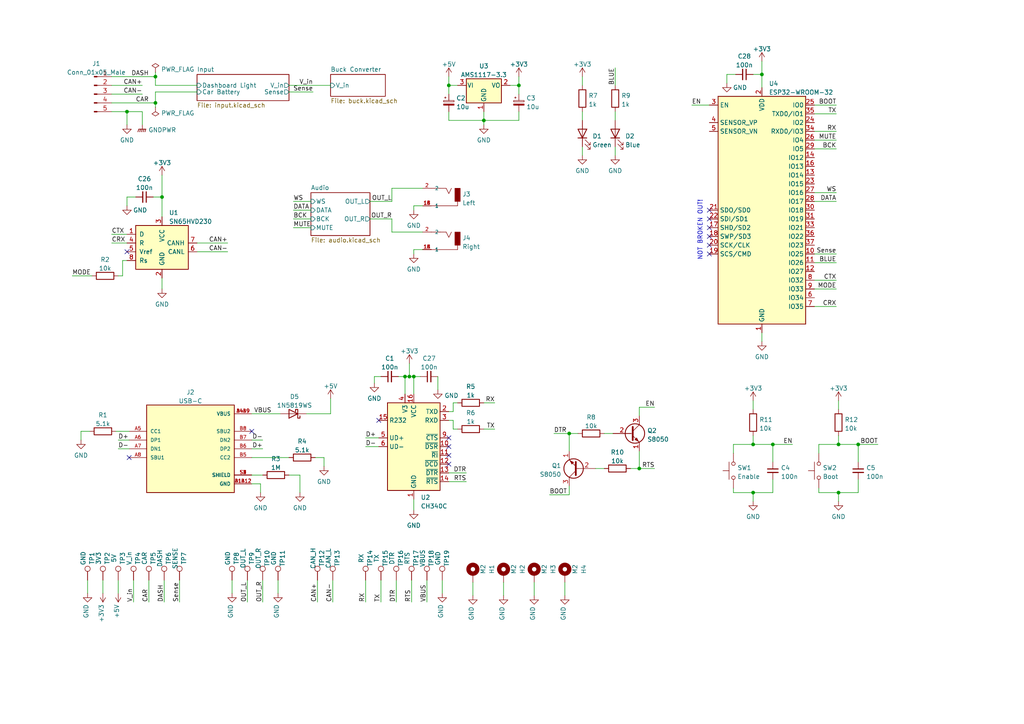
<source format=kicad_sch>
(kicad_sch (version 20230121) (generator eeschema)
  (paper "A4")
  (lib_symbols
    (symbol "Connector:Conn_01x05_Male" (pin_names (offset 1.016) hide)
      (property "Reference" "J" (at 0 7.62 0))
      (property "Value" "Conn_01x05_Male" (at 0 -7.62 0))
      (symbol "Conn_01x05_Male_1_1"
        (pin passive line (at 5.08 5.08 180) (length 3.81) (name "Pin_1") (number "1"))
        (pin passive line (at 5.08 2.54 180) (length 3.81) (name "Pin_2") (number "2"))
        (pin passive line (at 5.08 0 180) (length 3.81) (name "Pin_3") (number "3"))
        (pin passive line (at 5.08 -2.54 180) (length 3.81) (name "Pin_4") (number "4"))
        (pin passive line (at 5.08 -5.08 180) (length 3.81) (name "Pin_5") (number "5"))
      )
    )
    (symbol "Connector:TestPoint" (pin_numbers hide) (pin_names (offset 0.762) hide)
      (property "Reference" "TP" (at 0 6.858 0))
      (property "Value" "TestPoint" (at 0 5.08 0))
      (symbol "TestPoint_1_1"
        (pin passive line (at 0 0 90) (length 2.54) (name "1") (number "1"))
      )
    )
    (symbol "Device:C_Polarized_Small" (pin_numbers hide) (pin_names (offset 0.254) hide)
      (property "Reference" "C" (at 0.254 1.778 0))
      (property "Value" "C_Polarized_Small" (at 0.254 -2.032 0))
      (symbol "C_Polarized_Small_1_1"
        (pin passive line (at 0 2.54 270) (length 1.8542) (name "~") (number "1"))
        (pin passive line (at 0 -2.54 90) (length 1.8542) (name "~") (number "2"))
      )
    )
    (symbol "Device:C_Small" (pin_numbers hide) (pin_names (offset 0.254) hide)
      (property "Reference" "C" (at 0.254 1.778 0))
      (property "Value" "C_Small" (at 0.254 -2.032 0))
      (symbol "C_Small_1_1"
        (pin passive line (at 0 2.54 270) (length 2.032) (name "~") (number "1"))
        (pin passive line (at 0 -2.54 90) (length 2.032) (name "~") (number "2"))
      )
    )
    (symbol "Device:D_Schottky" (pin_numbers hide) (pin_names (offset 1.016) hide)
      (property "Reference" "D" (at 0 2.54 0))
      (property "Value" "D_Schottky" (at 0 -2.54 0))
      (symbol "D_Schottky_1_1"
        (pin passive line (at -3.81 0 0) (length 2.54) (name "K") (number "1"))
        (pin passive line (at 3.81 0 180) (length 2.54) (name "A") (number "2"))
      )
    )
    (symbol "Device:LED" (pin_numbers hide) (pin_names (offset 1.016) hide)
      (property "Reference" "D" (at 0 2.54 0))
      (property "Value" "LED" (at 0 -2.54 0))
      (symbol "LED_1_1"
        (pin passive line (at -3.81 0 0) (length 2.54) (name "K") (number "1"))
        (pin passive line (at 3.81 0 180) (length 2.54) (name "A") (number "2"))
      )
    )
    (symbol "Device:R" (pin_numbers hide) (pin_names (offset 0))
      (property "Reference" "R" (at 2.032 0 90))
      (property "Value" "R" (at 0 0 90))
      (symbol "R_1_1"
        (pin passive line (at 0 3.81 270) (length 1.27) (name "~") (number "1"))
        (pin passive line (at 0 -3.81 90) (length 1.27) (name "~") (number "2"))
      )
    )
    (symbol "Interface_CAN_LIN:SN65HVD230" (pin_names (offset 1.016))
      (property "Reference" "U" (at -2.54 10.16 0))
      (property "Value" "SN65HVD230" (at -2.54 7.62 0))
      (symbol "SN65HVD230_1_1"
        (pin input line (at -10.16 2.54 0) (length 2.54) (name "D") (number "1"))
        (pin power_in line (at 0 -10.16 90) (length 2.54) (name "GND") (number "2"))
        (pin power_in line (at 0 7.62 270) (length 2.54) (name "VCC") (number "3"))
        (pin output line (at -10.16 0 0) (length 2.54) (name "R") (number "4"))
        (pin output line (at -10.16 -2.54 0) (length 2.54) (name "Vref") (number "5"))
        (pin bidirectional line (at 10.16 -2.54 180) (length 2.54) (name "CANL") (number "6"))
        (pin bidirectional line (at 10.16 0 180) (length 2.54) (name "CANH") (number "7"))
        (pin input line (at -10.16 -5.08 0) (length 2.54) (name "Rs") (number "8"))
      )
    )
    (symbol "Interface_USB:CH340C"
      (property "Reference" "U" (at -5.08 13.97 0))
      (property "Value" "CH340C" (at 1.27 13.97 0))
      (symbol "CH340C_1_1"
        (pin power_in line (at 0 -15.24 90) (length 2.54) (name "GND") (number "1"))
        (pin input line (at 10.16 0 180) (length 2.54) (name "~{DSR}") (number "10"))
        (pin input line (at 10.16 -2.54 180) (length 2.54) (name "~{RI}") (number "11"))
        (pin input line (at 10.16 -5.08 180) (length 2.54) (name "~{DCD}") (number "12"))
        (pin output line (at 10.16 -7.62 180) (length 2.54) (name "~{DTR}") (number "13"))
        (pin output line (at 10.16 -10.16 180) (length 2.54) (name "~{RTS}") (number "14"))
        (pin input line (at -10.16 7.62 0) (length 2.54) (name "R232") (number "15"))
        (pin power_in line (at 0 15.24 270) (length 2.54) (name "VCC") (number "16"))
        (pin output line (at 10.16 10.16 180) (length 2.54) (name "TXD") (number "2"))
        (pin input line (at 10.16 7.62 180) (length 2.54) (name "RXD") (number "3"))
        (pin passive line (at -2.54 15.24 270) (length 2.54) (name "V3") (number "4"))
        (pin bidirectional line (at -10.16 2.54 0) (length 2.54) (name "UD+") (number "5"))
        (pin bidirectional line (at -10.16 0 0) (length 2.54) (name "UD-") (number "6"))
        (pin no_connect line (at -7.62 -7.62 0) (length 2.54) hide (name "NC") (number "7"))
        (pin no_connect line (at -7.62 -10.16 0) (length 2.54) hide (name "NC") (number "8"))
        (pin input line (at 10.16 2.54 180) (length 2.54) (name "~{CTS}") (number "9"))
      )
    )
    (symbol "Mechanical:MountingHole_Pad" (pin_numbers hide) (pin_names (offset 1.016) hide)
      (property "Reference" "H" (at 0 6.35 0))
      (property "Value" "MountingHole_Pad" (at 0 4.445 0))
      (symbol "MountingHole_Pad_1_1"
        (pin input line (at 0 -2.54 90) (length 2.54) (name "1") (number "1"))
      )
    )
    (symbol "RCJ-013:RCJ-013" (pin_names (offset 1.016))
      (property "Reference" "J" (at -2.54 3.81 0))
      (property "Value" "RCJ-013" (at -2.54 -6.35 0))
      (symbol "RCJ-013_0_0"
        (pin passive line (at 7.62 2.54 180) (length 2.54) (name "1") (number "1A"))
        (pin passive line (at 7.62 2.54 180) (length 2.54) (name "1") (number "1B"))
        (pin passive line (at 7.62 2.54 180) (length 2.54) (name "1") (number "1C"))
        (pin passive line (at 7.62 -2.54 180) (length 2.54) (name "2") (number "2"))
      )
    )
    (symbol "RF_Module:ESP32-WROOM-32"
      (property "Reference" "U" (at -12.7 34.29 0))
      (property "Value" "ESP32-WROOM-32" (at 1.27 34.29 0))
      (symbol "ESP32-WROOM-32_1_1"
        (pin power_in line (at 0 -35.56 90) (length 2.54) (name "GND") (number "1"))
        (pin bidirectional line (at 15.24 -12.7 180) (length 2.54) (name "IO25") (number "10"))
        (pin bidirectional line (at 15.24 -15.24 180) (length 2.54) (name "IO26") (number "11"))
        (pin bidirectional line (at 15.24 -17.78 180) (length 2.54) (name "IO27") (number "12"))
        (pin bidirectional line (at 15.24 10.16 180) (length 2.54) (name "IO14") (number "13"))
        (pin bidirectional line (at 15.24 15.24 180) (length 2.54) (name "IO12") (number "14"))
        (pin passive line (at 0 -35.56 90) (length 2.54) hide (name "GND") (number "15"))
        (pin bidirectional line (at 15.24 12.7 180) (length 2.54) (name "IO13") (number "16"))
        (pin bidirectional line (at -15.24 -5.08 0) (length 2.54) (name "SHD/SD2") (number "17"))
        (pin bidirectional line (at -15.24 -7.62 0) (length 2.54) (name "SWP/SD3") (number "18"))
        (pin bidirectional line (at -15.24 -12.7 0) (length 2.54) (name "SCS/CMD") (number "19"))
        (pin power_in line (at 0 35.56 270) (length 2.54) (name "VDD") (number "2"))
        (pin bidirectional line (at -15.24 -10.16 0) (length 2.54) (name "SCK/CLK") (number "20"))
        (pin bidirectional line (at -15.24 0 0) (length 2.54) (name "SDO/SD0") (number "21"))
        (pin bidirectional line (at -15.24 -2.54 0) (length 2.54) (name "SDI/SD1") (number "22"))
        (pin bidirectional line (at 15.24 7.62 180) (length 2.54) (name "IO15") (number "23"))
        (pin bidirectional line (at 15.24 25.4 180) (length 2.54) (name "IO2") (number "24"))
        (pin bidirectional line (at 15.24 30.48 180) (length 2.54) (name "IO0") (number "25"))
        (pin bidirectional line (at 15.24 20.32 180) (length 2.54) (name "IO4") (number "26"))
        (pin bidirectional line (at 15.24 5.08 180) (length 2.54) (name "IO16") (number "27"))
        (pin bidirectional line (at 15.24 2.54 180) (length 2.54) (name "IO17") (number "28"))
        (pin bidirectional line (at 15.24 17.78 180) (length 2.54) (name "IO5") (number "29"))
        (pin input line (at -15.24 30.48 0) (length 2.54) (name "EN") (number "3"))
        (pin bidirectional line (at 15.24 0 180) (length 2.54) (name "IO18") (number "30"))
        (pin bidirectional line (at 15.24 -2.54 180) (length 2.54) (name "IO19") (number "31"))
        (pin no_connect line (at -12.7 -27.94 0) (length 2.54) hide (name "NC") (number "32"))
        (pin bidirectional line (at 15.24 -5.08 180) (length 2.54) (name "IO21") (number "33"))
        (pin bidirectional line (at 15.24 22.86 180) (length 2.54) (name "RXD0/IO3") (number "34"))
        (pin bidirectional line (at 15.24 27.94 180) (length 2.54) (name "TXD0/IO1") (number "35"))
        (pin bidirectional line (at 15.24 -7.62 180) (length 2.54) (name "IO22") (number "36"))
        (pin bidirectional line (at 15.24 -10.16 180) (length 2.54) (name "IO23") (number "37"))
        (pin passive line (at 0 -35.56 90) (length 2.54) hide (name "GND") (number "38"))
        (pin passive line (at 0 -35.56 90) (length 2.54) hide (name "GND") (number "39"))
        (pin input line (at -15.24 25.4 0) (length 2.54) (name "SENSOR_VP") (number "4"))
        (pin input line (at -15.24 22.86 0) (length 2.54) (name "SENSOR_VN") (number "5"))
        (pin input line (at 15.24 -25.4 180) (length 2.54) (name "IO34") (number "6"))
        (pin input line (at 15.24 -27.94 180) (length 2.54) (name "IO35") (number "7"))
        (pin bidirectional line (at 15.24 -20.32 180) (length 2.54) (name "IO32") (number "8"))
        (pin bidirectional line (at 15.24 -22.86 180) (length 2.54) (name "IO33") (number "9"))
      )
    )
    (symbol "Regulator_Linear:AMS1117-3.3" (pin_names (offset 0.254))
      (property "Reference" "U" (at -3.81 3.175 0))
      (property "Value" "AMS1117-3.3" (at 0 3.175 0))
      (symbol "AMS1117-3.3_1_1"
        (pin power_in line (at 0 -7.62 90) (length 2.54) (name "GND") (number "1"))
        (pin power_out line (at 7.62 0 180) (length 2.54) (name "VO") (number "2"))
        (pin power_in line (at -7.62 0 0) (length 2.54) (name "VI") (number "3"))
      )
    )
    (symbol "Switch:SW_Push" (pin_numbers hide) (pin_names (offset 1.016) hide)
      (property "Reference" "SW" (at 1.27 2.54 0))
      (property "Value" "SW_Push" (at 0 -1.524 0))
      (symbol "SW_Push_0_1"
        (pin passive line (at -5.08 0 0) (length 2.54) (name "1") (number "1"))
        (pin passive line (at 5.08 0 180) (length 2.54) (name "2") (number "2"))
      )
    )
    (symbol "TYPE-C-31-M-12:TYPE-C-31-M-12" (pin_names (offset 1.016))
      (property "Reference" "J" (at -12.7 13.462 0))
      (property "Value" "TYPE-C-31-M-12" (at -12.7 -13.462 0))
      (symbol "TYPE-C-31-M-12_0_0"
        (pin power_in line (at 17.78 -10.16 180) (length 5.08) (name "GND") (number "A1B12"))
        (pin power_in line (at 17.78 10.16 180) (length 5.08) (name "VBUS") (number "A4B9"))
        (pin bidirectional line (at -17.78 5.08 0) (length 5.08) (name "CC1") (number "A5"))
        (pin bidirectional line (at -17.78 2.54 0) (length 5.08) (name "DP1") (number "A6"))
        (pin bidirectional line (at -17.78 0 0) (length 5.08) (name "DN1") (number "A7"))
        (pin bidirectional line (at -17.78 -2.54 0) (length 5.08) (name "SBU1") (number "A8"))
        (pin power_in line (at 17.78 -10.16 180) (length 5.08) (name "GND") (number "B1A12"))
        (pin power_in line (at 17.78 10.16 180) (length 5.08) (name "VBUS") (number "B4A9"))
        (pin bidirectional line (at 17.78 -2.54 180) (length 5.08) (name "CC2") (number "B5"))
        (pin bidirectional line (at 17.78 0 180) (length 5.08) (name "DP2") (number "B6"))
        (pin bidirectional line (at 17.78 2.54 180) (length 5.08) (name "DN2") (number "B7"))
        (pin bidirectional line (at 17.78 5.08 180) (length 5.08) (name "SBU2") (number "B8"))
        (pin passive line (at 17.78 -7.62 180) (length 5.08) (name "SHIELD") (number "S1"))
        (pin passive line (at 17.78 -7.62 180) (length 5.08) (name "SHIELD") (number "S2"))
        (pin passive line (at 17.78 -7.62 180) (length 5.08) (name "SHIELD") (number "S3"))
        (pin passive line (at 17.78 -7.62 180) (length 5.08) (name "SHIELD") (number "S4"))
      )
    )
    (symbol "Transistor_BJT:S8050" (pin_names (offset 0) hide)
      (property "Reference" "Q" (at 5.08 1.905 0))
      (property "Value" "S8050" (at 5.08 0 0))
      (symbol "S8050_1_1"
        (pin passive line (at 2.54 -5.08 90) (length 2.54) (name "E") (number "1"))
        (pin input line (at -5.08 0 0) (length 5.08) (name "B") (number "2"))
        (pin passive line (at 2.54 5.08 270) (length 2.54) (name "C") (number "3"))
      )
    )
    (symbol "power:+3.3V" (power) (pin_names (offset 0))
      (property "Value" "+3.3V" (at 0 3.556 0))
      (symbol "+3.3V_1_1"
        (pin power_in line (at 0 0 90) (length 0) hide (name "+3V3") (number "1"))
      )
    )
    (symbol "power:+3V3" (power) (pin_names (offset 0))
      (property "Value" "+3V3" (at 0 3.556 0))
      (symbol "+3V3_1_1"
        (pin power_in line (at 0 0 90) (length 0) hide (name "+3V3") (number "1"))
      )
    )
    (symbol "power:+5V" (power) (pin_names (offset 0))
      (property "Value" "+5V" (at 0 3.556 0))
      (symbol "+5V_1_1"
        (pin power_in line (at 0 0 90) (length 0) hide (name "+5V") (number "1"))
      )
    )
    (symbol "power:GND" (power) (pin_names (offset 0))
      (property "Value" "GND" (at 0 -3.81 0))
      (symbol "GND_1_1"
        (pin power_in line (at 0 0 270) (length 0) hide (name "GND") (number "1"))
      )
    )
    (symbol "power:GNDPWR" (power) (pin_names (offset 0))
      (property "Value" "GNDPWR" (at 0 -3.302 0))
      (symbol "GNDPWR_1_1"
        (pin power_in line (at 0 0 270) (length 0) hide (name "GNDPWR") (number "1"))
      )
    )
    (symbol "power:PWR_FLAG" (power) (pin_numbers hide) (pin_names (offset 0) hide)
      (property "Value" "PWR_FLAG" (at 0 3.81 0))
      (symbol "PWR_FLAG_0_0"
        (pin power_out line (at 0 0 90) (length 0) (name "pwr") (number "1"))
      )
    )
  )
  (junction (at 243.205 142.875))
  (junction (at 36.83 32.385))
  (junction (at 140.335 34.925))
  (junction (at 150.495 24.765))
  (junction (at 220.98 21.59))
  (junction (at 45.085 29.845))
  (junction (at 45.085 22.225))
  (junction (at 130.175 24.765))
  (junction (at 120.015 109.22))
  (junction (at 218.44 128.905))
  (junction (at 243.205 128.905))
  (junction (at 117.475 109.22))
  (junction (at 248.92 128.905))
  (junction (at 185.42 135.89))
  (junction (at 118.745 109.22))
  (junction (at 224.155 128.905))
  (junction (at 46.99 57.15))
  (junction (at 218.44 142.875))
  (junction (at 165.1 125.73))
  (no_connect (at 205.74 73.66))
  (no_connect (at 205.74 63.5))
  (no_connect (at 205.74 66.04))
  (no_connect (at 205.74 68.58))
  (no_connect (at 205.74 71.12))
  (no_connect (at 130.175 134.62))
  (no_connect (at 130.175 132.08))
  (no_connect (at 109.855 121.92))
  (no_connect (at 130.175 127))
  (no_connect (at 130.175 129.54))
  (no_connect (at 73.025 125.095))
  (no_connect (at 37.465 132.715))
  (no_connect (at 36.83 73.025))
  (no_connect (at 205.74 60.96))
  (wire (pts (xy 38.735 168.275) (xy 38.735 174.625)))
  (wire (pts (xy 150.495 24.765) (xy 150.495 27.305)))
  (wire (pts (xy 150.495 34.925) (xy 140.335 34.925)))
  (wire (pts (xy 243.205 128.905) (xy 237.49 128.905)))
  (wire (pts (xy 85.09 63.5) (xy 90.17 63.5)))
  (wire (pts (xy 130.175 24.765) (xy 130.175 27.305)))
  (wire (pts (xy 243.205 142.875) (xy 243.205 145.415)))
  (wire (pts (xy 130.175 139.7) (xy 135.255 139.7)))
  (wire (pts (xy 92.075 168.275) (xy 92.075 174.625)))
  (wire (pts (xy 36.83 75.565) (xy 35.56 75.565)))
  (wire (pts (xy 95.885 120.015) (xy 95.885 115.57)))
  (wire (pts (xy 218.44 142.875) (xy 218.44 145.415)))
  (wire (pts (xy 147.955 24.765) (xy 150.495 24.765)))
  (wire (pts (xy 23.495 125.095) (xy 23.495 127.635)))
  (wire (pts (xy 113.665 67.31) (xy 122.555 67.31)))
  (wire (pts (xy 131.445 119.38) (xy 131.445 116.84)))
  (wire (pts (xy 110.49 109.22) (xy 108.585 109.22)))
  (wire (pts (xy 185.42 118.11) (xy 189.865 118.11)))
  (wire (pts (xy 236.22 83.82) (xy 242.57 83.82)))
  (wire (pts (xy 73.025 120.015) (xy 81.28 120.015)))
  (wire (pts (xy 178.435 32.385) (xy 178.435 34.925)))
  (wire (pts (xy 113.665 54.61) (xy 122.555 54.61)))
  (wire (pts (xy 88.9 120.015) (xy 95.885 120.015)))
  (wire (pts (xy 119.38 168.275) (xy 119.38 174.625)))
  (wire (pts (xy 46.99 50.8) (xy 46.99 57.15)))
  (wire (pts (xy 32.385 29.845) (xy 45.085 29.845)))
  (wire (pts (xy 44.45 57.15) (xy 46.99 57.15)))
  (wire (pts (xy 218.44 126.365) (xy 218.44 128.905)))
  (wire (pts (xy 159.385 143.51) (xy 165.1 143.51)))
  (wire (pts (xy 236.22 88.9) (xy 242.57 88.9)))
  (wire (pts (xy 243.205 126.365) (xy 243.205 128.905)))
  (wire (pts (xy 115.57 109.22) (xy 117.475 109.22)))
  (wire (pts (xy 108.585 109.22) (xy 108.585 111.125)))
  (wire (pts (xy 150.495 22.225) (xy 150.495 24.765)))
  (wire (pts (xy 33.655 125.095) (xy 37.465 125.095)))
  (wire (pts (xy 130.175 121.92) (xy 131.445 121.92)))
  (wire (pts (xy 220.98 21.59) (xy 220.98 25.4)))
  (wire (pts (xy 165.1 125.73) (xy 160.655 125.73)))
  (wire (pts (xy 131.445 124.46) (xy 132.715 124.46)))
  (wire (pts (xy 106.045 168.275) (xy 106.045 174.625)))
  (wire (pts (xy 36.83 59.69) (xy 36.83 57.15)))
  (wire (pts (xy 236.22 58.42) (xy 242.57 58.42)))
  (wire (pts (xy 168.91 32.385) (xy 168.91 34.925)))
  (wire (pts (xy 130.175 137.16) (xy 135.255 137.16)))
  (wire (pts (xy 185.42 135.89) (xy 189.865 135.89)))
  (wire (pts (xy 114.935 168.275) (xy 114.935 174.625)))
  (wire (pts (xy 45.085 29.845) (xy 45.085 31.115)))
  (wire (pts (xy 35.56 80.01) (xy 34.29 80.01)))
  (wire (pts (xy 120.015 109.22) (xy 120.015 114.3)))
  (wire (pts (xy 113.665 63.5) (xy 113.665 67.31)))
  (wire (pts (xy 127 109.22) (xy 127 113.03)))
  (wire (pts (xy 236.22 38.1) (xy 242.57 38.1)))
  (wire (pts (xy 26.035 125.095) (xy 23.495 125.095)))
  (wire (pts (xy 237.49 142.875) (xy 243.205 142.875)))
  (wire (pts (xy 130.175 24.765) (xy 132.715 24.765)))
  (wire (pts (xy 36.83 32.385) (xy 41.275 32.385)))
  (wire (pts (xy 165.1 130.81) (xy 165.1 125.73)))
  (wire (pts (xy 46.99 80.645) (xy 46.99 83.82)))
  (wire (pts (xy 224.155 128.905) (xy 229.87 128.905)))
  (wire (pts (xy 106.045 129.54) (xy 109.855 129.54)))
  (wire (pts (xy 83.82 26.67) (xy 90.805 26.67)))
  (wire (pts (xy 218.44 128.905) (xy 224.155 128.905)))
  (wire (pts (xy 35.56 75.565) (xy 35.56 80.01)))
  (wire (pts (xy 25.4 168.275) (xy 25.4 172.085)))
  (wire (pts (xy 67.31 168.275) (xy 67.31 172.085)))
  (wire (pts (xy 85.09 66.04) (xy 90.17 66.04)))
  (wire (pts (xy 140.335 124.46) (xy 143.51 124.46)))
  (wire (pts (xy 210.82 21.59) (xy 213.36 21.59)))
  (wire (pts (xy 32.385 70.485) (xy 36.83 70.485)))
  (wire (pts (xy 80.645 168.275) (xy 80.645 172.085)))
  (wire (pts (xy 212.725 141.605) (xy 212.725 142.875)))
  (wire (pts (xy 237.49 128.905) (xy 237.49 131.445)))
  (wire (pts (xy 43.18 168.275) (xy 43.18 174.625)))
  (wire (pts (xy 41.275 32.385) (xy 41.275 36.195)))
  (wire (pts (xy 107.315 63.5) (xy 113.665 63.5)))
  (wire (pts (xy 32.385 24.765) (xy 41.275 24.765)))
  (wire (pts (xy 178.435 42.545) (xy 178.435 45.085)))
  (wire (pts (xy 200.66 30.48) (xy 205.74 30.48)))
  (wire (pts (xy 118.745 105.41) (xy 118.745 109.22)))
  (wire (pts (xy 131.445 121.92) (xy 131.445 124.46)))
  (wire (pts (xy 36.83 32.385) (xy 36.83 36.195)))
  (wire (pts (xy 243.205 142.875) (xy 248.92 142.875)))
  (wire (pts (xy 32.385 22.225) (xy 45.085 22.225)))
  (wire (pts (xy 185.42 130.81) (xy 185.42 135.89)))
  (wire (pts (xy 73.025 127.635) (xy 76.2 127.635)))
  (wire (pts (xy 113.665 58.42) (xy 113.665 54.61)))
  (wire (pts (xy 236.22 30.48) (xy 242.57 30.48)))
  (wire (pts (xy 45.085 22.225) (xy 45.085 24.765)))
  (wire (pts (xy 130.175 32.385) (xy 130.175 34.925)))
  (wire (pts (xy 154.94 168.91) (xy 154.94 172.72)))
  (wire (pts (xy 236.22 43.18) (xy 242.57 43.18)))
  (wire (pts (xy 73.025 132.715) (xy 83.82 132.715)))
  (wire (pts (xy 85.09 58.42) (xy 90.17 58.42)))
  (wire (pts (xy 36.83 57.15) (xy 39.37 57.15)))
  (wire (pts (xy 243.205 116.205) (xy 243.205 118.745)))
  (wire (pts (xy 218.44 21.59) (xy 220.98 21.59)))
  (wire (pts (xy 37.465 127.635) (xy 34.29 127.635)))
  (wire (pts (xy 122.555 72.39) (xy 120.015 72.39)))
  (wire (pts (xy 73.025 130.175) (xy 76.2 130.175)))
  (wire (pts (xy 120.015 72.39) (xy 120.015 73.66)))
  (wire (pts (xy 236.22 33.02) (xy 242.57 33.02)))
  (wire (pts (xy 117.475 114.3) (xy 117.475 109.22)))
  (wire (pts (xy 140.335 34.925) (xy 140.335 36.195)))
  (wire (pts (xy 96.52 168.275) (xy 96.52 174.625)))
  (wire (pts (xy 128.27 168.275) (xy 128.27 172.085)))
  (wire (pts (xy 120.015 109.22) (xy 121.92 109.22)))
  (wire (pts (xy 218.44 128.905) (xy 212.725 128.905)))
  (wire (pts (xy 224.155 133.985) (xy 224.155 128.905)))
  (wire (pts (xy 218.44 142.875) (xy 224.155 142.875)))
  (wire (pts (xy 71.755 168.275) (xy 71.755 174.625)))
  (wire (pts (xy 236.22 55.88) (xy 242.57 55.88)))
  (wire (pts (xy 248.92 128.905) (xy 254.635 128.905)))
  (wire (pts (xy 178.435 19.685) (xy 178.435 24.765)))
  (wire (pts (xy 236.22 40.64) (xy 242.57 40.64)))
  (wire (pts (xy 172.72 135.89) (xy 175.26 135.89)))
  (wire (pts (xy 163.83 168.91) (xy 163.83 172.72)))
  (wire (pts (xy 236.22 81.28) (xy 242.57 81.28)))
  (wire (pts (xy 83.82 137.795) (xy 86.995 137.795)))
  (wire (pts (xy 210.82 24.13) (xy 210.82 21.59)))
  (wire (pts (xy 76.2 168.275) (xy 76.2 174.625)))
  (wire (pts (xy 120.015 144.78) (xy 120.015 147.955)))
  (wire (pts (xy 220.98 17.78) (xy 220.98 21.59)))
  (wire (pts (xy 118.745 109.22) (xy 120.015 109.22)))
  (wire (pts (xy 75.565 140.335) (xy 75.565 142.875)))
  (wire (pts (xy 120.015 59.69) (xy 120.015 60.96)))
  (wire (pts (xy 218.44 116.205) (xy 218.44 118.745)))
  (wire (pts (xy 117.475 109.22) (xy 118.745 109.22)))
  (wire (pts (xy 175.26 125.73) (xy 177.8 125.73)))
  (wire (pts (xy 47.625 168.275) (xy 47.625 174.625)))
  (wire (pts (xy 130.175 119.38) (xy 131.445 119.38)))
  (wire (pts (xy 123.825 168.275) (xy 123.825 174.625)))
  (wire (pts (xy 32.385 27.305) (xy 41.275 27.305)))
  (wire (pts (xy 150.495 32.385) (xy 150.495 34.925)))
  (wire (pts (xy 107.315 58.42) (xy 113.665 58.42)))
  (wire (pts (xy 236.22 73.66) (xy 242.57 73.66)))
  (wire (pts (xy 29.845 168.275) (xy 29.845 172.085)))
  (wire (pts (xy 220.98 96.52) (xy 220.98 99.06)))
  (wire (pts (xy 131.445 116.84) (xy 132.715 116.84)))
  (wire (pts (xy 45.085 20.955) (xy 45.085 22.225)))
  (wire (pts (xy 137.16 168.91) (xy 137.16 172.72)))
  (wire (pts (xy 93.98 132.715) (xy 93.98 135.255)))
  (wire (pts (xy 91.44 132.715) (xy 93.98 132.715)))
  (wire (pts (xy 45.085 26.67) (xy 57.15 26.67)))
  (wire (pts (xy 237.49 141.605) (xy 237.49 142.875)))
  (wire (pts (xy 212.725 142.875) (xy 218.44 142.875)))
  (wire (pts (xy 57.15 70.485) (xy 66.04 70.485)))
  (wire (pts (xy 122.555 59.69) (xy 120.015 59.69)))
  (wire (pts (xy 243.205 128.905) (xy 248.92 128.905)))
  (wire (pts (xy 165.1 125.73) (xy 167.64 125.73)))
  (wire (pts (xy 110.49 168.275) (xy 110.49 174.625)))
  (wire (pts (xy 85.09 60.96) (xy 90.17 60.96)))
  (wire (pts (xy 52.07 168.275) (xy 52.07 174.625)))
  (wire (pts (xy 146.05 168.91) (xy 146.05 172.72)))
  (wire (pts (xy 140.335 116.84) (xy 143.51 116.84)))
  (wire (pts (xy 248.92 139.065) (xy 248.92 142.875)))
  (wire (pts (xy 168.91 42.545) (xy 168.91 45.085)))
  (wire (pts (xy 73.025 140.335) (xy 75.565 140.335)))
  (wire (pts (xy 130.175 22.225) (xy 130.175 24.765)))
  (wire (pts (xy 182.88 135.89) (xy 185.42 135.89)))
  (wire (pts (xy 83.82 24.765) (xy 95.885 24.765)))
  (wire (pts (xy 168.91 22.225) (xy 168.91 24.765)))
  (wire (pts (xy 20.955 80.01) (xy 26.67 80.01)))
  (wire (pts (xy 106.045 127) (xy 109.855 127)))
  (wire (pts (xy 57.15 73.025) (xy 66.04 73.025)))
  (wire (pts (xy 236.22 76.2) (xy 242.57 76.2)))
  (wire (pts (xy 140.335 32.385) (xy 140.335 34.925)))
  (wire (pts (xy 45.085 29.845) (xy 45.085 26.67)))
  (wire (pts (xy 46.99 57.15) (xy 46.99 62.865)))
  (wire (pts (xy 165.1 140.97) (xy 165.1 143.51)))
  (wire (pts (xy 32.385 67.945) (xy 36.83 67.945)))
  (wire (pts (xy 248.92 133.985) (xy 248.92 128.905)))
  (wire (pts (xy 73.025 137.795) (xy 76.2 137.795)))
  (wire (pts (xy 212.725 128.905) (xy 212.725 131.445)))
  (wire (pts (xy 130.175 34.925) (xy 140.335 34.925)))
  (wire (pts (xy 34.29 168.275) (xy 34.29 172.085)))
  (wire (pts (xy 224.155 139.065) (xy 224.155 142.875)))
  (wire (pts (xy 37.465 130.175) (xy 34.29 130.175)))
  (wire (pts (xy 32.385 32.385) (xy 36.83 32.385)))
  (wire (pts (xy 185.42 120.65) (xy 185.42 118.11)))
  (wire (pts (xy 86.995 142.875) (xy 86.995 137.795)))
  (wire (pts (xy 45.085 24.765) (xy 57.15 24.765)))
  (text "NOT BROKEN OUT!" (at 203.835 75.565 90) (effects (font (size 1.27 1.27)) (justify left bottom)))
  (label "MODE" (at 242.57 83.82 180))
  (label "DTR" (at 160.655 125.73 0))
  (label "Sense" (at 242.57 73.66 180))
  (label "WS" (at 242.57 55.88 180))
  (label "BCK" (at 242.57 43.18 180))
  (label "DASH" (at 47.625 174.625 90))
  (label "CAN+" (at 66.04 70.485 180))
  (label "CRX" (at 242.57 88.9 180))
  (label "CAN-" (at 66.04 73.025 180))
  (label "CAN+" (at 41.275 24.765 180))
  (label "RX" (at 242.57 38.1 180))
  (label "CRX" (at 32.385 70.485 0))
  (label "D+" (at 76.2 130.175 180))
  (label "DATA" (at 85.09 60.96 0))
  (label "CTX" (at 32.385 67.945 0))
  (label "EN" (at 200.66 30.48 0))
  (label "CAR" (at 43.18 29.845 180))
  (label "D-" (at 34.29 130.175 0))
  (label "DTR" (at 114.935 174.625 90))
  (label "CAR" (at 43.18 174.625 90))
  (label "TX" (at 242.57 33.02 180))
  (label "V_in" (at 38.735 174.625 90))
  (label "BOOT" (at 159.385 143.51 0))
  (label "DATA" (at 242.57 58.42 180))
  (label "VBUS" (at 123.825 174.625 90))
  (label "D+" (at 34.29 127.635 0))
  (label "RTS" (at 119.38 174.625 90))
  (label "OUT_R" (at 113.665 63.5 180))
  (label "CAN-" (at 96.52 174.625 90))
  (label "DTR" (at 135.255 137.16 180))
  (label "BLUE" (at 178.435 19.685 270))
  (label "OUT_L" (at 71.755 174.625 90))
  (label "DASH" (at 43.18 22.225 180))
  (label "MODE" (at 20.955 80.01 0))
  (label "V_in" (at 90.805 24.765 180))
  (label "WS" (at 85.09 58.42 0))
  (label "Sense" (at 52.07 174.625 90))
  (label "RX" (at 143.51 116.84 180))
  (label "Sense" (at 90.805 26.67 180))
  (label "EN" (at 189.865 118.11 180))
  (label "VBUS" (at 73.66 120.015 0))
  (label "D+" (at 106.045 127 0))
  (label "RX" (at 106.045 174.625 90))
  (label "BOOT" (at 254.635 128.905 180))
  (label "EN" (at 229.87 128.905 180))
  (label "CTX" (at 242.57 81.28 180))
  (label "OUT_L" (at 113.665 58.42 180))
  (label "D-" (at 106.045 129.54 0))
  (label "CAN+" (at 92.075 174.625 90))
  (label "RTS" (at 189.865 135.89 180))
  (label "RTS" (at 135.255 139.7 180))
  (label "OUT_R" (at 76.2 174.625 90))
  (label "CAN-" (at 41.275 27.305 180))
  (label "BOOT" (at 242.57 30.48 180))
  (label "D-" (at 76.2 127.635 180))
  (label "BLUE" (at 242.57 76.2 180))
  (label "MUTE" (at 242.57 40.64 180))
  (label "MUTE" (at 85.09 66.04 0))
  (label "BCK" (at 85.09 63.5 0))
  (label "TX" (at 110.49 174.625 90))
  (label "TX" (at 143.51 124.46 180))
  (symbol (lib_id "Mechanical:MountingHole_Pad") (at 163.83 166.37 0) (unit 1)
    (property "Reference" "H4" (at 169.3078 165.1 90))
    (property "Value" "M2" (at 166.7709 165.1 90))
    (property "Footprint" "MountingHole:MountingHole_2.2mm_M2_ISO14580_Pad" (effects hide))
  )
  (symbol (lib_id "Device:LED") (at 168.91 38.735 90) (unit 1)
    (property "Reference" "D1" (at 171.831 39.4878 90) (effects (justify right)))
    (property "Value" "Green" (at 171.831 42.0247 90) (effects (justify right)))
    (property "Footprint" "LED_SMD:LED_0603_1608Metric" (effects hide))
    (property "Datasheet" "https://datasheet.lcsc.com/lcsc/1811101510_Everlight-Elec-19-217-GHC-YR1S2-3T_C72043.pdf" (effects hide))
    (property "LCSC#" "C72043" (effects hide))
  )
  (symbol (lib_id "power:GND") (at 120.015 60.96 0) (unit 1)
    (property "Reference" "#PWR017" (effects hide))
    (property "Value" "GND" (at 120.015 65.4034 0))
  )
  (symbol (lib_id "Connector:TestPoint") (at 25.4 168.275 0) (unit 1)
    (property "Reference" "TP1" (at 26.67 161.925 90))
    (property "Value" "GND" (at 24.1331 161.925 90))
    (property "Footprint" "TestPoint:TestPoint_Pad_D1.0mm" (effects hide))
  )
  (symbol (lib_id "RCJ-013:RCJ-013") (at 130.175 57.15 180) (unit 1)
    (property "Reference" "J3" (at 134.112 56.3153 0) (effects (justify right)))
    (property "Value" "Left" (at 134.112 58.8522 0) (effects (justify right)))
    (property "Footprint" "RCJ-013:CUI_RCJ-013" (effects hide))
    (property "PART_REV" "B" (effects hide))
    (property "STANDARD" "Manufacturer recommendations" (effects hide))
    (property "MANUFACTURER" "CUI Inc" (effects hide))
  )
  (symbol (lib_id "Device:C_Small") (at 248.92 136.525 0) (unit 1)
    (property "Reference" "C5" (at 251.2441 135.6966 0) (effects (justify left)))
    (property "Value" "100n" (at 251.2441 138.2335 0) (effects (justify left)))
    (property "Footprint" "Capacitor_SMD:C_0402_1005Metric" (effects hide))
    (property "Datasheet" "https://datasheet.lcsc.com/lcsc/1810191219_Samsung-Electro-Mechanics-CL05B104KO5NNNC_C1525.pdf" (effects hide))
    (property "LCSC#" "C1525" (effects hide))
  )
  (symbol (lib_id "Connector:TestPoint") (at 52.07 168.275 0) (unit 1)
    (property "Reference" "TP7" (at 53.34 161.925 90))
    (property "Value" "SENSE" (at 50.8031 161.925 90))
    (property "Footprint" "TestPoint:TestPoint_Pad_D1.0mm" (effects hide))
  )
  (symbol (lib_id "power:GND") (at 243.205 145.415 0) (unit 1)
    (property "Reference" "#PWR033" (effects hide))
    (property "Value" "GND" (at 243.205 149.8584 0))
  )
  (symbol (lib_id "power:+3V3") (at 218.44 116.205 0) (unit 1)
    (property "Reference" "#PWR028" (effects hide))
    (property "Value" "+3V3" (at 218.44 112.6292 0))
  )
  (symbol (lib_id "RCJ-013:RCJ-013") (at 130.175 69.85 180) (unit 1)
    (property "Reference" "J4" (at 134.112 69.0153 0) (effects (justify right)))
    (property "Value" "Right" (at 134.112 71.5522 0) (effects (justify right)))
    (property "Footprint" "RCJ-013:CUI_RCJ-013" (effects hide))
    (property "PART_REV" "B" (effects hide))
    (property "STANDARD" "Manufacturer recommendations" (effects hide))
    (property "MANUFACTURER" "CUI Inc" (effects hide))
  )
  (symbol (lib_id "power:+3V3") (at 168.91 22.225 0) (unit 1)
    (property "Reference" "#PWR025" (effects hide))
    (property "Value" "+3V3" (at 168.91 18.6492 0))
  )
  (symbol (lib_id "Device:D_Schottky") (at 85.09 120.015 180) (unit 1)
    (property "Reference" "D5" (at 85.4075 115.0452 0))
    (property "Value" "1N5819WS" (at 85.4075 117.5821 0))
    (property "Footprint" "Diode_SMD:D_SOD-323" (effects hide))
    (property "Datasheet" "https://datasheet.lcsc.com/lcsc/1810202112_Guangdong-Hottech-1N5819WS_C191023.pdf" (effects hide))
    (property "LCSC#" "C191023" (effects hide))
  )
  (symbol (lib_id "power:+3V3") (at 29.845 172.085 180) (unit 1)
    (property "Reference" "#PWR03" (effects hide))
    (property "Value" "+3V3" (at 29.4112 175.26 90) (effects (justify left)))
  )
  (symbol (lib_id "power:GND") (at 120.015 147.955 0) (unit 1)
    (property "Reference" "#PWR019" (effects hide))
    (property "Value" "GND" (at 120.015 152.3984 0))
  )
  (symbol (lib_id "Device:R") (at 171.45 125.73 90) (unit 1)
    (property "Reference" "R8" (at 171.45 121.0142 90))
    (property "Value" "10k" (at 171.45 123.5511 90))
    (property "Footprint" "Resistor_SMD:R_0402_1005Metric" (effects hide))
    (property "Datasheet" "https://datasheet.lcsc.com/lcsc/2206010100_UNI-ROYAL-Uniroyal-Elec-0402WGF1002TCE_C25744.pdf" (effects hide))
    (property "LCSC#" "C25744" (effects hide))
  )
  (symbol (lib_id "Device:R") (at 136.525 116.84 270) (unit 1)
    (property "Reference" "R5" (at 136.525 112.1242 90))
    (property "Value" "1k" (at 136.525 114.6611 90))
    (property "Footprint" "Resistor_SMD:R_0402_1005Metric" (effects hide))
    (property "Datasheet" "https://datasheet.lcsc.com/lcsc/2206010216_UNI-ROYAL-Uniroyal-Elec-0402WGF1001TCE_C11702.pdf" (effects hide))
    (property "LCSC#" "C11702" (effects hide))
  )
  (symbol (lib_id "Device:C_Small") (at 41.91 57.15 270) (unit 1)
    (property "Reference" "C26" (at 41.9036 51.8881 90))
    (property "Value" "100n" (at 41.9036 54.425 90))
    (property "Footprint" "Capacitor_SMD:C_0402_1005Metric" (effects hide))
    (property "Datasheet" "https://datasheet.lcsc.com/lcsc/1810191219_Samsung-Electro-Mechanics-CL05B104KO5NNNC_C1525.pdf" (effects hide))
    (property "LCSC#" "C1525" (effects hide))
  )
  (symbol (lib_id "power:+5V") (at 34.29 172.085 180) (unit 1)
    (property "Reference" "#PWR04" (effects hide))
    (property "Value" "+5V" (at 33.8562 175.26 90) (effects (justify left)))
  )
  (symbol (lib_id "Switch:SW_Push") (at 212.725 136.525 90) (unit 1)
    (property "Reference" "SW1" (at 213.868 135.6903 90) (effects (justify right)))
    (property "Value" "Enable" (at 213.868 138.2272 90) (effects (justify right)))
    (property "Footprint" "Button_Switch_SMD:SW_SPST_SKQG_WithStem" (effects hide))
  )
  (symbol (lib_id "power:GNDPWR") (at 41.275 36.195 0) (unit 1)
    (property "Reference" "#PWR06" (effects hide))
    (property "Value" "GNDPWR" (at 43.0276 37.6956 0) (effects (justify left)))
  )
  (symbol (lib_id "power:+5V") (at 95.885 115.57 0) (unit 1)
    (property "Reference" "#PWR010" (effects hide))
    (property "Value" "+5V" (at 95.885 111.9942 0))
  )
  (symbol (lib_id "Connector:TestPoint") (at 119.38 168.275 0) (unit 1)
    (property "Reference" "TP17" (at 120.65 161.925 90))
    (property "Value" "RTS" (at 118.1131 161.925 90))
    (property "Footprint" "TestPoint:TestPoint_Pad_D1.0mm" (effects hide))
  )
  (symbol (lib_id "power:GND") (at 220.98 99.06 0) (unit 1)
    (property "Reference" "#PWR031" (effects hide))
    (property "Value" "GND" (at 220.98 103.5034 0))
  )
  (symbol (lib_id "Connector:TestPoint") (at 29.845 168.275 0) (unit 1)
    (property "Reference" "TP2" (at 31.115 161.925 90))
    (property "Value" "3V3" (at 28.5781 161.925 90))
    (property "Footprint" "TestPoint:TestPoint_Pad_D1.0mm" (effects hide))
  )
  (symbol (lib_id "Device:C_Small") (at 124.46 109.22 90) (unit 1)
    (property "Reference" "C27" (at 124.4663 103.9581 90))
    (property "Value" "100n" (at 124.4663 106.495 90))
    (property "Footprint" "Capacitor_SMD:C_0402_1005Metric" (effects hide))
    (property "Datasheet" "https://datasheet.lcsc.com/lcsc/1810191219_Samsung-Electro-Mechanics-CL05B104KO5NNNC_C1525.pdf" (effects hide))
    (property "LCSC#" "C1525" (effects hide))
  )
  (symbol (lib_id "power:GND") (at 163.83 172.72 0) (unit 1)
    (property "Reference" "#PWR0107" (effects hide))
    (property "Value" "GND" (at 163.3962 175.895 90) (effects (justify right)))
  )
  (symbol (lib_id "power:GND") (at 93.98 135.255 0) (unit 1)
    (property "Reference" "#PWR014" (effects hide))
    (property "Value" "GND" (at 93.98 139.6984 0))
  )
  (symbol (lib_id "TYPE-C-31-M-12:TYPE-C-31-M-12") (at 55.245 130.175 0) (unit 1)
    (property "Reference" "J2" (at 55.245 113.7752 0))
    (property "Value" "USB-C" (at 55.245 116.3121 0))
    (property "Footprint" "31-M-12:HRO_TYPE-C-31-M-12" (effects hide))
    (property "STANDARD" "Manufacturer Recommendations" (effects hide))
    (property "PARTREV" "A" (effects hide))
    (property "MANUFACTURER" "HRO Electronics" (effects hide))
    (property "MAXIMUM_PACKAGE_HEIGHT" "3.31mm" (effects hide))
    (property "LCSC#" "C165948" (effects hide))
  )
  (symbol (lib_id "Device:R") (at 30.48 80.01 90) (unit 1)
    (property "Reference" "R2" (at 30.48 75.2942 90))
    (property "Value" "10k" (at 30.48 77.8311 90))
    (property "Footprint" "Resistor_SMD:R_0402_1005Metric" (effects hide))
    (property "Datasheet" "https://datasheet.lcsc.com/lcsc/2206010100_UNI-ROYAL-Uniroyal-Elec-0402WGF1002TCE_C25744.pdf" (effects hide))
    (property "LCSC#" "C25744" (effects hide))
  )
  (symbol (lib_id "Connector:TestPoint") (at 43.18 168.275 0) (unit 1)
    (property "Reference" "TP5" (at 44.45 161.925 90))
    (property "Value" "CAR" (at 41.9131 161.925 90))
    (property "Footprint" "TestPoint:TestPoint_Pad_D1.0mm" (effects hide))
  )
  (symbol (lib_id "Switch:SW_Push") (at 237.49 136.525 90) (unit 1)
    (property "Reference" "SW2" (at 238.633 135.6903 90) (effects (justify right)))
    (property "Value" "Boot" (at 238.633 138.2272 90) (effects (justify right)))
    (property "Footprint" "Button_Switch_SMD:SW_SPST_SKQG_WithStem" (effects hide))
  )
  (symbol (lib_id "power:PWR_FLAG") (at 45.085 31.115 180) (unit 1)
    (property "Reference" "#FLG02" (effects hide))
    (property "Value" "PWR_FLAG" (at 46.736 32.8188 0) (effects (justify right)))
  )
  (symbol (lib_id "Transistor_BJT:S8050") (at 167.64 135.89 180) (unit 1)
    (property "Reference" "Q1" (at 162.7886 135.0553 0) (effects (justify left)))
    (property "Value" "S8050" (at 162.7886 137.5922 0) (effects (justify left)))
    (property "Footprint" "Package_TO_SOT_SMD:SOT-23" (effects hide))
    (property "Datasheet" "https://datasheet.lcsc.com/lcsc/1810161230_Jiangsu-Changjing-Electronics-Technology-Co---Ltd--S8050-J3Y_C2146.pdf" (effects hide))
    (property "LCSC#" "C2146" (effects hide))
  )
  (symbol (lib_id "power:GND") (at 218.44 145.415 0) (unit 1)
    (property "Reference" "#PWR029" (effects hide))
    (property "Value" "GND" (at 218.44 149.8584 0))
  )
  (symbol (lib_id "Connector:TestPoint") (at 92.075 168.275 0) (unit 1)
    (property "Reference" "TP12" (at 93.345 161.925 90))
    (property "Value" "CAN_H" (at 90.8081 161.925 90))
    (property "Footprint" "TestPoint:TestPoint_Pad_D1.0mm" (effects hide))
  )
  (symbol (lib_id "Device:R") (at 80.01 137.795 90) (unit 1)
    (property "Reference" "R3" (at 80.01 133.0792 90))
    (property "Value" "1M" (at 80.01 135.6161 90))
    (property "Footprint" "Resistor_SMD:R_0402_1005Metric" (effects hide))
    (property "Datasheet" "https://datasheet.lcsc.com/lcsc/2206010030_UNI-ROYAL-Uniroyal-Elec-0402WGF1004TCE_C26083.pdf" (effects hide))
    (property "LCSC#" "C26083" (effects hide))
  )
  (symbol (lib_id "Connector:TestPoint") (at 80.645 168.275 0) (unit 1)
    (property "Reference" "TP11" (at 81.915 161.925 90))
    (property "Value" "GND" (at 79.3781 161.925 90))
    (property "Footprint" "TestPoint:TestPoint_Pad_D1.0mm" (effects hide))
  )
  (symbol (lib_id "power:GND") (at 178.435 45.085 0) (unit 1)
    (property "Reference" "#PWR027" (effects hide))
    (property "Value" "GND" (at 178.435 49.5284 0))
  )
  (symbol (lib_id "power:GND") (at 36.83 36.195 0) (unit 1)
    (property "Reference" "#PWR05" (effects hide))
    (property "Value" "GND" (at 36.83 40.6384 0))
  )
  (symbol (lib_id "Device:C_Small") (at 215.9 21.59 270) (unit 1)
    (property "Reference" "C28" (at 215.8936 16.3281 90))
    (property "Value" "100n" (at 215.8936 18.865 90))
    (property "Footprint" "Capacitor_SMD:C_0402_1005Metric" (effects hide))
    (property "Datasheet" "https://datasheet.lcsc.com/lcsc/1810191219_Samsung-Electro-Mechanics-CL05B104KO5NNNC_C1525.pdf" (effects hide))
    (property "LCSC#" "C1525" (effects hide))
  )
  (symbol (lib_id "power:GND") (at 146.05 172.72 0) (unit 1)
    (property "Reference" "#PWR0105" (effects hide))
    (property "Value" "GND" (at 145.6162 175.895 90) (effects (justify right)))
  )
  (symbol (lib_id "Device:C_Small") (at 224.155 136.525 0) (unit 1)
    (property "Reference" "C4" (at 226.4791 135.6966 0) (effects (justify left)))
    (property "Value" "100n" (at 226.4791 138.2335 0) (effects (justify left)))
    (property "Footprint" "Capacitor_SMD:C_0402_1005Metric" (effects hide))
    (property "Datasheet" "https://datasheet.lcsc.com/lcsc/1810191219_Samsung-Electro-Mechanics-CL05B104KO5NNNC_C1525.pdf" (effects hide))
    (property "LCSC#" "C1525" (effects hide))
  )
  (symbol (lib_id "Device:R") (at 136.525 124.46 270) (unit 1)
    (property "Reference" "R6" (at 136.525 119.7442 90))
    (property "Value" "1k" (at 136.525 122.2811 90))
    (property "Footprint" "Resistor_SMD:R_0402_1005Metric" (effects hide))
    (property "Datasheet" "https://datasheet.lcsc.com/lcsc/2206010216_UNI-ROYAL-Uniroyal-Elec-0402WGF1001TCE_C11702.pdf" (effects hide))
    (property "LCSC#" "C11702" (effects hide))
  )
  (symbol (lib_id "RF_Module:ESP32-WROOM-32") (at 220.98 60.96 0) (unit 1)
    (property "Reference" "U4" (at 222.9994 24.2402 0) (effects (justify left)))
    (property "Value" "ESP32-WROOM-32" (at 222.9994 26.7771 0) (effects (justify left)))
    (property "Footprint" "RF_Module:ESP32-WROOM-32" (effects hide))
    (property "Datasheet" "https://www.espressif.com/sites/default/files/documentation/esp32-wroom-32_datasheet_en.pdf" (effects hide))
    (property "LCSC#" "C95209" (effects hide))
  )
  (symbol (lib_id "power:GND") (at 80.645 172.085 0) (unit 1)
    (property "Reference" "#PWR012" (effects hide))
    (property "Value" "GND" (at 80.2112 175.26 90) (effects (justify right)))
  )
  (symbol (lib_id "power:PWR_FLAG") (at 45.085 20.955 0) (unit 1)
    (property "Reference" "#FLG01" (effects hide))
    (property "Value" "PWR_FLAG" (at 46.736 20.1188 0) (effects (justify left)))
  )
  (symbol (lib_id "Connector:TestPoint") (at 47.625 168.275 0) (unit 1)
    (property "Reference" "TP6" (at 48.895 161.925 90))
    (property "Value" "DASH" (at 46.3581 161.925 90))
    (property "Footprint" "TestPoint:TestPoint_Pad_D1.0mm" (effects hide))
  )
  (symbol (lib_id "Device:R") (at 87.63 132.715 90) (unit 1)
    (property "Reference" "R4" (at 87.63 127.9992 90))
    (property "Value" "5.1k" (at 87.63 130.5361 90))
    (property "Footprint" "Resistor_SMD:R_0402_1005Metric" (effects hide))
    (property "Datasheet" "https://datasheet.lcsc.com/lcsc/2206010045_UNI-ROYAL-Uniroyal-Elec-0402WGF5101TCE_C25905.pdf" (effects hide))
    (property "LCSC#" "C25905" (effects hide))
  )
  (symbol (lib_id "Device:C_Polarized_Small") (at 150.495 29.845 0) (unit 1)
    (property "Reference" "C3" (at 152.654 28.4642 0) (effects (justify left)))
    (property "Value" "10u" (at 152.654 31.0011 0) (effects (justify left)))
    (property "Footprint" "Capacitor_SMD:C_1206_3216Metric" (effects hide))
    (property "Datasheet" "https://datasheet.lcsc.com/lcsc/1811071223_AVX-TAJA106K016RNJ_C7171.pdf" (effects hide))
    (property "LCSC#" "C7171" (effects hide))
  )
  (symbol (lib_id "power:+5V") (at 130.175 22.225 0) (unit 1)
    (property "Reference" "#PWR022" (effects hide))
    (property "Value" "+5V" (at 130.175 18.6492 0))
  )
  (symbol (lib_id "Device:R") (at 29.845 125.095 90) (unit 1)
    (property "Reference" "R1" (at 29.845 120.3792 90))
    (property "Value" "5.1k" (at 29.845 122.9161 90))
    (property "Footprint" "Resistor_SMD:R_0402_1005Metric" (effects hide))
    (property "Datasheet" "https://datasheet.lcsc.com/lcsc/2206010045_UNI-ROYAL-Uniroyal-Elec-0402WGF5101TCE_C25905.pdf" (effects hide))
    (property "LCSC#" "C25905" (effects hide))
  )
  (symbol (lib_id "Connector:TestPoint") (at 110.49 168.275 0) (unit 1)
    (property "Reference" "TP15" (at 111.76 161.925 90))
    (property "Value" "TX" (at 109.2231 161.925 90))
    (property "Footprint" "TestPoint:TestPoint_Pad_D1.0mm" (effects hide))
  )
  (symbol (lib_id "Connector:TestPoint") (at 106.045 168.275 0) (unit 1)
    (property "Reference" "TP14" (at 107.315 161.925 90))
    (property "Value" "RX" (at 104.7781 161.925 90))
    (property "Footprint" "TestPoint:TestPoint_Pad_D1.0mm" (effects hide))
  )
  (symbol (lib_id "power:+3.3V") (at 150.495 22.225 0) (unit 1)
    (property "Reference" "#PWR024" (effects hide))
    (property "Value" "+3.3V" (at 150.495 18.6492 0))
  )
  (symbol (lib_id "power:GND") (at 137.16 172.72 0) (unit 1)
    (property "Reference" "#PWR0104" (effects hide))
    (property "Value" "GND" (at 136.7262 175.895 90) (effects (justify right)))
  )
  (symbol (lib_id "Device:C_Small") (at 113.03 109.22 90) (unit 1)
    (property "Reference" "C1" (at 113.0363 103.9581 90))
    (property "Value" "100n" (at 113.0363 106.495 90))
    (property "Footprint" "Capacitor_SMD:C_0402_1005Metric" (effects hide))
    (property "Datasheet" "https://datasheet.lcsc.com/lcsc/1810191219_Samsung-Electro-Mechanics-CL05B104KO5NNNC_C1525.pdf" (effects hide))
    (property "LCSC#" "C1525" (effects hide))
  )
  (symbol (lib_id "power:GND") (at 108.585 111.125 0) (unit 1)
    (property "Reference" "#PWR015" (effects hide))
    (property "Value" "GND" (at 108.585 115.5684 0))
  )
  (symbol (lib_id "Regulator_Linear:AMS1117-3.3") (at 140.335 24.765 0) (unit 1)
    (property "Reference" "U3" (at 140.335 19.1602 0))
    (property "Value" "AMS1117-3.3" (at 140.335 21.6971 0))
    (property "Footprint" "Package_TO_SOT_SMD:SOT-223-3_TabPin2" (effects hide))
    (property "Datasheet" "http://www.advanced-monolithic.com/pdf/ds1117.pdf" (effects hide))
    (property "LCSC#" "C6186" (effects hide))
  )
  (symbol (lib_id "power:+3V3") (at 118.745 105.41 0) (unit 1)
    (property "Reference" "#PWR016" (effects hide))
    (property "Value" "+3V3" (at 118.745 101.8342 0))
  )
  (symbol (lib_id "power:GND") (at 23.495 127.635 0) (mirror y) (unit 1)
    (property "Reference" "#PWR01" (effects hide))
    (property "Value" "GND" (at 23.495 132.0784 0))
  )
  (symbol (lib_id "power:GND") (at 75.565 142.875 0) (unit 1)
    (property "Reference" "#PWR011" (effects hide))
    (property "Value" "GND" (at 75.565 147.3184 0))
  )
  (symbol (lib_id "power:GND") (at 128.27 172.085 0) (unit 1)
    (property "Reference" "#PWR021" (effects hide))
    (property "Value" "GND" (at 127.8362 175.26 90) (effects (justify right)))
  )
  (symbol (lib_id "Device:C_Polarized_Small") (at 130.175 29.845 0) (unit 1)
    (property "Reference" "C2" (at 132.334 28.4642 0) (effects (justify left)))
    (property "Value" "10u" (at 132.334 31.0011 0) (effects (justify left)))
    (property "Footprint" "Capacitor_SMD:C_1206_3216Metric" (effects hide))
    (property "Datasheet" "https://datasheet.lcsc.com/lcsc/1811071223_AVX-TAJA106K016RNJ_C7171.pdf" (effects hide))
    (property "LCSC#" "C7171" (effects hide))
  )
  (symbol (lib_id "Transistor_BJT:S8050") (at 182.88 125.73 0) (unit 1)
    (property "Reference" "Q2" (at 187.7314 124.8953 0) (effects (justify left)))
    (property "Value" "S8050" (at 187.7314 127.4322 0) (effects (justify left)))
    (property "Footprint" "Package_TO_SOT_SMD:SOT-23" (effects hide))
    (property "Datasheet" "https://datasheet.lcsc.com/lcsc/1810161230_Jiangsu-Changjing-Electronics-Technology-Co---Ltd--S8050-J3Y_C2146.pdf" (effects hide))
    (property "LCSC#" "C2146" (effects hide))
  )
  (symbol (lib_id "Connector:TestPoint") (at 34.29 168.275 0) (unit 1)
    (property "Reference" "TP3" (at 35.56 161.925 90))
    (property "Value" "5V" (at 33.0231 161.925 90))
    (property "Footprint" "TestPoint:TestPoint_Pad_D1.0mm" (effects hide))
  )
  (symbol (lib_id "Connector:TestPoint") (at 96.52 168.275 0) (unit 1)
    (property "Reference" "TP13" (at 97.79 161.925 90))
    (property "Value" "CAN_L" (at 95.2531 161.925 90))
    (property "Footprint" "TestPoint:TestPoint_Pad_D1.0mm" (effects hide))
  )
  (symbol (lib_id "power:GND") (at 210.82 24.13 0) (unit 1)
    (property "Reference" "#PWR0103" (effects hide))
    (property "Value" "GND" (at 214.63 25.4 0))
  )
  (symbol (lib_id "power:+3V3") (at 220.98 17.78 0) (unit 1)
    (property "Reference" "#PWR030" (effects hide))
    (property "Value" "+3V3" (at 220.98 14.2042 0))
  )
  (symbol (lib_id "Interface_CAN_LIN:SN65HVD230") (at 46.99 70.485 0) (unit 1)
    (property "Reference" "U1" (at 49.0094 61.7052 0) (effects (justify left)))
    (property "Value" "SN65HVD230" (at 49.0094 64.2421 0) (effects (justify left)))
    (property "Footprint" "Package_SO:SOIC-8_3.9x4.9mm_P1.27mm" (effects hide))
    (property "Datasheet" "http://www.ti.com/lit/ds/symlink/sn65hvd230.pdf" (effects hide))
    (property "LCSC#" "C12084" (effects hide))
  )
  (symbol (lib_id "Connector:Conn_01x05_Male") (at 27.305 27.305 0) (unit 1)
    (property "Reference" "J1" (at 27.94 18.449 0))
    (property "Value" "Conn_01x05_Male" (at 27.94 20.9859 0))
    (property "Footprint" "Connector_JST:JST_XH_S5B-XH-A-1_1x05_P2.50mm_Horizontal" (effects hide))
  )
  (symbol (lib_id "Connector:TestPoint") (at 128.27 168.275 0) (unit 1)
    (property "Reference" "TP19" (at 129.54 161.925 90))
    (property "Value" "GND" (at 127.0031 161.925 90))
    (property "Footprint" "TestPoint:TestPoint_Pad_D1.0mm" (effects hide))
  )
  (symbol (lib_id "Device:R") (at 168.91 28.575 0) (unit 1)
    (property "Reference" "R7" (at 170.688 27.7403 0) (effects (justify left)))
    (property "Value" "1k" (at 170.688 30.2772 0) (effects (justify left)))
    (property "Footprint" "Resistor_SMD:R_0402_1005Metric" (effects hide))
    (property "Datasheet" "https://datasheet.lcsc.com/lcsc/2206010216_UNI-ROYAL-Uniroyal-Elec-0402WGF1001TCE_C11702.pdf" (effects hide))
    (property "LCSC#" "C11702" (effects hide))
  )
  (symbol (lib_id "Connector:TestPoint") (at 67.31 168.275 0) (unit 1)
    (property "Reference" "TP8" (at 68.58 161.925 90))
    (property "Value" "GND" (at 66.0431 161.925 90))
    (property "Footprint" "TestPoint:TestPoint_Pad_D1.0mm" (effects hide))
  )
  (symbol (lib_id "Mechanical:MountingHole_Pad") (at 146.05 166.37 0) (unit 1)
    (property "Reference" "H2" (at 151.5278 165.1 90))
    (property "Value" "M2" (at 148.9909 165.1 90))
    (property "Footprint" "MountingHole:MountingHole_2.2mm_M2_ISO14580_Pad" (effects hide))
  )
  (symbol (lib_id "Device:R") (at 179.07 135.89 90) (unit 1)
    (property "Reference" "R10" (at 179.07 131.1742 90))
    (property "Value" "10k" (at 179.07 133.7111 90))
    (property "Footprint" "Resistor_SMD:R_0402_1005Metric" (effects hide))
    (property "Datasheet" "https://datasheet.lcsc.com/lcsc/2206010100_UNI-ROYAL-Uniroyal-Elec-0402WGF1002TCE_C25744.pdf" (effects hide))
    (property "LCSC#" "C25744" (effects hide))
  )
  (symbol (lib_id "power:GND") (at 154.94 172.72 0) (unit 1)
    (property "Reference" "#PWR0106" (effects hide))
    (property "Value" "GND" (at 154.5062 175.895 90) (effects (justify right)))
  )
  (symbol (lib_id "power:+3V3") (at 243.205 116.205 0) (unit 1)
    (property "Reference" "#PWR032" (effects hide))
    (property "Value" "+3V3" (at 243.205 112.6292 0))
  )
  (symbol (lib_id "power:GND") (at 86.995 142.875 0) (unit 1)
    (property "Reference" "#PWR013" (effects hide))
    (property "Value" "GND" (at 86.995 147.3184 0))
  )
  (symbol (lib_id "power:GND") (at 67.31 172.085 0) (unit 1)
    (property "Reference" "#PWR09" (effects hide))
    (property "Value" "GND" (at 66.8762 175.26 90) (effects (justify right)))
  )
  (symbol (lib_id "Device:R") (at 218.44 122.555 180) (unit 1)
    (property "Reference" "R11" (at 220.218 121.7203 0) (effects (justify right)))
    (property "Value" "10k" (at 220.218 124.2572 0) (effects (justify right)))
    (property "Footprint" "Resistor_SMD:R_0402_1005Metric" (effects hide))
    (property "Datasheet" "https://datasheet.lcsc.com/lcsc/2206010100_UNI-ROYAL-Uniroyal-Elec-0402WGF1002TCE_C25744.pdf" (effects hide))
    (property "LCSC#" "C25744" (effects hide))
  )
  (symbol (lib_id "power:+3.3V") (at 46.99 50.8 0) (unit 1)
    (property "Reference" "#PWR07" (effects hide))
    (property "Value" "+3.3V" (at 46.99 47.2242 0))
  )
  (symbol (lib_id "Connector:TestPoint") (at 71.755 168.275 0) (unit 1)
    (property "Reference" "TP9" (at 73.025 161.925 90))
    (property "Value" "OUT_L" (at 70.4881 161.925 90))
    (property "Footprint" "TestPoint:TestPoint_Pad_D1.0mm" (effects hide))
  )
  (symbol (lib_id "Mechanical:MountingHole_Pad") (at 137.16 166.37 0) (unit 1)
    (property "Reference" "H1" (at 142.6378 165.1 90))
    (property "Value" "M2" (at 140.1009 165.1 90))
    (property "Footprint" "MountingHole:MountingHole_2.2mm_M2_ISO14580_Pad" (effects hide))
  )
  (symbol (lib_id "Interface_USB:CH340C") (at 120.015 129.54 0) (unit 1)
    (property "Reference" "U2" (at 122.0344 144.2704 0) (effects (justify left)))
    (property "Value" "CH340C" (at 122.0344 146.8073 0) (effects (justify left)))
    (property "Footprint" "Package_SO:SOIC-16_3.9x9.9mm_P1.27mm" (effects hide))
    (property "Datasheet" "https://www.mpja.com/download/35227cpdata.pdf" (effects hide))
    (property "LCSC#" "C84681" (effects hide))
  )
  (symbol (lib_id "power:GND") (at 120.015 73.66 0) (unit 1)
    (property "Reference" "#PWR018" (effects hide))
    (property "Value" "GND" (at 120.015 78.1034 0))
  )
  (symbol (lib_id "Connector:TestPoint") (at 114.935 168.275 0) (unit 1)
    (property "Reference" "TP16" (at 116.205 161.925 90))
    (property "Value" "DTR" (at 113.6681 161.925 90))
    (property "Footprint" "TestPoint:TestPoint_Pad_D1.0mm" (effects hide))
  )
  (symbol (lib_id "power:GND") (at 168.91 45.085 0) (unit 1)
    (property "Reference" "#PWR026" (effects hide))
    (property "Value" "GND" (at 168.91 49.5284 0))
  )
  (symbol (lib_id "power:GND") (at 25.4 172.085 0) (unit 1)
    (property "Reference" "#PWR02" (effects hide))
    (property "Value" "GND" (at 24.9662 175.26 90) (effects (justify right)))
  )
  (symbol (lib_id "Device:LED") (at 178.435 38.735 90) (unit 1)
    (property "Reference" "D2" (at 181.356 39.4878 90) (effects (justify right)))
    (property "Value" "Blue" (at 181.356 42.0247 90) (effects (justify right)))
    (property "Footprint" "LED_SMD:LED_0603_1608Metric" (effects hide))
    (property "Datasheet" "https://datasheet.lcsc.com/lcsc/1811101510_Everlight-Elec-19-217-BHC-ZL1M2RY-3T_C72041.pdf" (effects hide))
    (property "LCSC#" "C72041" (effects hide))
  )
  (symbol (lib_id "power:GND") (at 46.99 83.82 0) (unit 1)
    (property "Reference" "#PWR08" (effects hide))
    (property "Value" "GND" (at 46.99 88.2634 0))
  )
  (symbol (lib_id "power:GND") (at 127 113.03 0) (mirror y) (unit 1)
    (property "Reference" "#PWR0101" (effects hide))
    (property "Value" "GND" (at 128.905 114.7338 0) (effects (justify right)))
  )
  (symbol (lib_id "Mechanical:MountingHole_Pad") (at 154.94 166.37 0) (unit 1)
    (property "Reference" "H3" (at 160.4178 165.1 90))
    (property "Value" "M2" (at 157.8809 165.1 90))
    (property "Footprint" "MountingHole:MountingHole_2.2mm_M2_ISO14580_Pad" (effects hide))
  )
  (symbol (lib_id "Device:R") (at 178.435 28.575 0) (unit 1)
    (property "Reference" "R9" (at 180.213 27.7403 0) (effects (justify left)))
    (property "Value" "1k" (at 180.213 30.2772 0) (effects (justify left)))
    (property "Footprint" "Resistor_SMD:R_0402_1005Metric" (effects hide))
    (property "Datasheet" "https://datasheet.lcsc.com/lcsc/2206010216_UNI-ROYAL-Uniroyal-Elec-0402WGF1001TCE_C11702.pdf" (effects hide))
    (property "LCSC#" "C11702" (effects hide))
  )
  (symbol (lib_id "Connector:TestPoint") (at 76.2 168.275 0) (unit 1)
    (property "Reference" "TP10" (at 77.47 161.925 90))
    (property "Value" "OUT_R" (at 74.9331 161.925 90))
    (property "Footprint" "TestPoint:TestPoint_Pad_D1.0mm" (effects hide))
  )
  (symbol (lib_id "Connector:TestPoint") (at 123.825 168.275 0) (unit 1)
    (property "Reference" "TP18" (at 125.095 161.925 90))
    (property "Value" "VBUS" (at 122.5581 161.925 90))
    (property "Footprint" "TestPoint:TestPoint_Pad_D1.0mm" (effects hide))
  )
  (symbol (lib_id "Connector:TestPoint") (at 38.735 168.275 0) (unit 1)
    (property "Reference" "TP4" (at 40.005 161.925 90))
    (property "Value" "V_in" (at 37.4681 161.925 90))
    (property "Footprint" "TestPoint:TestPoint_Pad_D1.0mm" (effects hide))
  )
  (symbol (lib_id "power:GND") (at 140.335 36.195 0) (unit 1)
    (property "Reference" "#PWR023" (effects hide))
    (property "Value" "GND" (at 140.335 40.6384 0))
  )
  (symbol (lib_id "Device:R") (at 243.205 122.555 180) (unit 1)
    (property "Reference" "R12" (at 244.983 121.7203 0) (effects (justify right)))
    (property "Value" "10k" (at 244.983 124.2572 0) (effects (justify right)))
    (property "Footprint" "Resistor_SMD:R_0402_1005Metric" (effects hide))
    (property "Datasheet" "https://datasheet.lcsc.com/lcsc/2206010100_UNI-ROYAL-Uniroyal-Elec-0402WGF1002TCE_C25744.pdf" (effects hide))
    (property "LCSC#" "C25744" (effects hide))
  )
  (symbol (lib_id "power:GND") (at 36.83 59.69 0) (unit 1)
    (property "Reference" "#PWR0102" (effects hide))
    (property "Value" "GND" (at 40.64 60.96 0))
  )
  (sheet (at 90.17 55.88) (size 17.145 12.446) (stroke (width 0.1524))
    (property "Sheetname" "Audio" (at 90.17 55.1684 0) (effects (justify left bottom)))
    (property "Sheetfile" "audio.kicad_sch" (at 90.17 68.9106 0) (effects (justify left top)))
    (pin "WS" input (at 90.17 58.42 180))
    (pin "DATA" input (at 90.17 60.96 180))
    (pin "BCK" input (at 90.17 63.5 180))
    (pin "OUT_L" output (at 107.315 58.42 0))
    (pin "OUT_R" output (at 107.315 63.5 0))
    (pin "MUTE" input (at 90.17 66.04 180))
  )
  (sheet (at 95.885 21.59) (size 15.875 6.35) (stroke (width 0.1524))
    (property "Sheetname" "Buck Converter" (at 95.885 20.8784 0) (effects (justify left bottom)))
    (property "Sheetfile" "buck.kicad_sch" (at 95.885 28.5246 0) (effects (justify left top)))
    (pin "V_in" input (at 95.885 24.765 180))
  )
  (sheet (at 57.15 21.59) (size 26.67 7.62) (stroke (width 0.1524))
    (property "Sheetname" "Input" (at 57.15 20.8784 0) (effects (justify left bottom)))
    (property "Sheetfile" "input.kicad_sch" (at 57.15 29.7946 0) (effects (justify left top)))
    (pin "Dashboard Light" input (at 57.15 24.765 180))
    (pin "Car Battery" input (at 57.15 26.67 180))
    (pin "V_in" output (at 83.82 24.765 0))
    (pin "Sense" output (at 83.82 26.67 0))
  )
)
</source>
